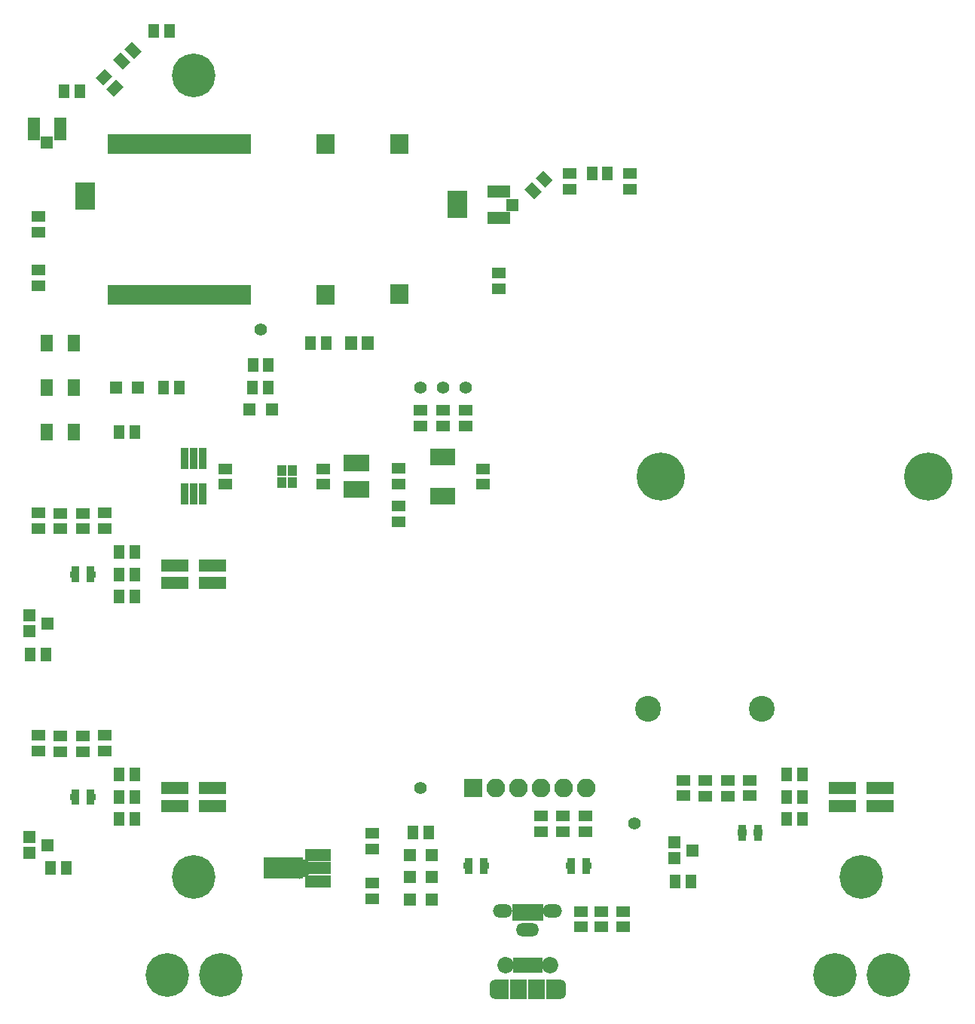
<source format=gbr>
G04 #@! TF.FileFunction,Soldermask,Top*
%FSLAX46Y46*%
G04 Gerber Fmt 4.6, Leading zero omitted, Abs format (unit mm)*
G04 Created by KiCad (PCBNEW 4.0.7-e2-6376~61~ubuntu18.04.1) date Thu Aug  9 16:35:42 2018*
%MOMM*%
%LPD*%
G01*
G04 APERTURE LIST*
%ADD10C,0.100000*%
%ADD11R,2.900000X1.400000*%
%ADD12R,4.400000X2.400000*%
%ADD13R,2.600000X1.400000*%
%ADD14R,1.400000X1.400000*%
%ADD15R,0.850000X1.900000*%
%ADD16O,2.200000X1.500000*%
%ADD17O,2.600000X1.500000*%
%ADD18R,1.543000X1.200000*%
%ADD19R,1.200000X1.543000*%
%ADD20R,0.900000X0.775000*%
%ADD21R,1.050000X0.700000*%
%ADD22R,3.150000X1.400000*%
%ADD23R,2.100000X2.100000*%
%ADD24O,2.100000X2.100000*%
%ADD25R,1.400000X2.600000*%
%ADD26R,1.314400X1.314400*%
%ADD27C,1.400000*%
%ADD28R,0.900000X2.400000*%
%ADD29R,0.850000X1.850000*%
%ADD30R,3.000000X1.900000*%
%ADD31R,1.900000X2.300000*%
%ADD32C,1.850000*%
%ADD33R,0.800000X1.750000*%
%ADD34O,1.600000X2.300000*%
%ADD35R,1.600000X2.300000*%
%ADD36C,4.900000*%
%ADD37R,1.100000X1.150000*%
%ADD38R,1.400000X1.900000*%
%ADD39R,2.250000X1.100000*%
%ADD40R,1.100000X2.250000*%
%ADD41R,1.400000X1.598880*%
%ADD42C,2.900000*%
%ADD43C,5.400000*%
G04 APERTURE END LIST*
D10*
D11*
X131480000Y-125500000D03*
X131480000Y-124000000D03*
X131480000Y-122500000D03*
D12*
X127520000Y-124000000D03*
D10*
G36*
X129295000Y-122800000D02*
X130445000Y-123300000D01*
X130445000Y-124700000D01*
X129295000Y-125200000D01*
X129295000Y-122800000D01*
X129295000Y-122800000D01*
G37*
D13*
X151750000Y-48000000D03*
X151750000Y-51000000D03*
D14*
X153250000Y-49500000D03*
D15*
X155000000Y-129000000D03*
X155650000Y-129000000D03*
X154350000Y-129000000D03*
X156300000Y-129000000D03*
X153700000Y-129000000D03*
D16*
X152200000Y-128750000D03*
X157800000Y-128750000D03*
D17*
X155000000Y-130900000D03*
D18*
X121000000Y-79150000D03*
X121000000Y-80900000D03*
D19*
X113000000Y-30000000D03*
X114750000Y-30000000D03*
D10*
G36*
X106429162Y-35270228D02*
X107520228Y-34179162D01*
X108368756Y-35027690D01*
X107277690Y-36118756D01*
X106429162Y-35270228D01*
X106429162Y-35270228D01*
G37*
G36*
X107666599Y-36507665D02*
X108757665Y-35416599D01*
X109606193Y-36265127D01*
X108515127Y-37356193D01*
X107666599Y-36507665D01*
X107666599Y-36507665D01*
G37*
D18*
X100000000Y-58600000D03*
X100000000Y-56850000D03*
X137500000Y-125650000D03*
X137500000Y-127400000D03*
X137500000Y-121850000D03*
X137500000Y-120100000D03*
X150000000Y-79150000D03*
X150000000Y-80900000D03*
X159750000Y-46000000D03*
X159750000Y-47750000D03*
X166500000Y-46000000D03*
X166500000Y-47750000D03*
D20*
X180850000Y-120537500D03*
X180850000Y-119462500D03*
D21*
X179075000Y-120000000D03*
X180925000Y-120000000D03*
D20*
X179150000Y-119462500D03*
X179150000Y-120537500D03*
X105850000Y-91537500D03*
X105850000Y-90462500D03*
D21*
X104075000Y-91000000D03*
X105925000Y-91000000D03*
D20*
X104150000Y-90462500D03*
X104150000Y-91537500D03*
X150100000Y-124287500D03*
X150100000Y-123212500D03*
D21*
X148325000Y-123750000D03*
X150175000Y-123750000D03*
D20*
X148400000Y-123212500D03*
X148400000Y-124287500D03*
X161600000Y-124287500D03*
X161600000Y-123212500D03*
D21*
X159825000Y-123750000D03*
X161675000Y-123750000D03*
D20*
X159900000Y-123212500D03*
X159900000Y-124287500D03*
X105850000Y-116537500D03*
X105850000Y-115462500D03*
D21*
X104075000Y-116000000D03*
X105925000Y-116000000D03*
D20*
X104150000Y-115462500D03*
X104150000Y-116537500D03*
D22*
X190375000Y-115000000D03*
X194625000Y-115000000D03*
X190375000Y-117000000D03*
X194625000Y-117000000D03*
X115375000Y-90000000D03*
X119625000Y-90000000D03*
X115375000Y-92000000D03*
X119625000Y-92000000D03*
D23*
X148920000Y-115000000D03*
D24*
X151460000Y-115000000D03*
X154000000Y-115000000D03*
X156540000Y-115000000D03*
X159080000Y-115000000D03*
X161620000Y-115000000D03*
D25*
X102500000Y-41000000D03*
X99500000Y-41000000D03*
D14*
X101000000Y-42500000D03*
D22*
X115375000Y-115000000D03*
X119625000Y-115000000D03*
X115375000Y-117000000D03*
X119625000Y-117000000D03*
D19*
X185850000Y-116000000D03*
X184100000Y-116000000D03*
X185850000Y-113500000D03*
X184100000Y-113500000D03*
X185850000Y-118500000D03*
X184100000Y-118500000D03*
X110850000Y-91000000D03*
X109100000Y-91000000D03*
X110850000Y-88500000D03*
X109100000Y-88500000D03*
X110850000Y-93500000D03*
X109100000Y-93500000D03*
D10*
G36*
X109520228Y-34320838D02*
X108429162Y-33229772D01*
X109277690Y-32381244D01*
X110368756Y-33472310D01*
X109520228Y-34320838D01*
X109520228Y-34320838D01*
G37*
G36*
X110757665Y-33083401D02*
X109666599Y-31992335D01*
X110515127Y-31143807D01*
X111606193Y-32234873D01*
X110757665Y-33083401D01*
X110757665Y-33083401D01*
G37*
D19*
X162250000Y-46000000D03*
X164000000Y-46000000D03*
X110850000Y-116000000D03*
X109100000Y-116000000D03*
X110850000Y-113500000D03*
X109100000Y-113500000D03*
X110850000Y-118500000D03*
X109100000Y-118500000D03*
D26*
X171484000Y-122889000D03*
X171484000Y-121111000D03*
X173516000Y-122000000D03*
X98984000Y-97389000D03*
X98984000Y-95611000D03*
X101016000Y-96500000D03*
X98984000Y-122278000D03*
X98984000Y-120500000D03*
X101016000Y-121389000D03*
D18*
X180000000Y-115850000D03*
X180000000Y-114100000D03*
X107500000Y-85850000D03*
X107500000Y-84100000D03*
X172500000Y-115850000D03*
X172500000Y-114100000D03*
X100000000Y-85850000D03*
X100000000Y-84100000D03*
X177500000Y-114150000D03*
X177500000Y-115900000D03*
X175000000Y-114150000D03*
X175000000Y-115900000D03*
X105000000Y-84150000D03*
X105000000Y-85900000D03*
X102500000Y-84150000D03*
X102500000Y-85900000D03*
D19*
X173350000Y-125500000D03*
X171600000Y-125500000D03*
X100850000Y-100000000D03*
X99100000Y-100000000D03*
X115850000Y-70000000D03*
X114100000Y-70000000D03*
X102900000Y-36750000D03*
X104650000Y-36750000D03*
X142150000Y-120000000D03*
X143900000Y-120000000D03*
D18*
X140500000Y-80850000D03*
X140500000Y-79100000D03*
X100000000Y-52600000D03*
X100000000Y-50850000D03*
D10*
G36*
X156729772Y-45679162D02*
X157820838Y-46770228D01*
X156972310Y-47618756D01*
X155881244Y-46527690D01*
X156729772Y-45679162D01*
X156729772Y-45679162D01*
G37*
G36*
X155492335Y-46916599D02*
X156583401Y-48007665D01*
X155734873Y-48856193D01*
X154643807Y-47765127D01*
X155492335Y-46916599D01*
X155492335Y-46916599D01*
G37*
D18*
X151750000Y-57150000D03*
X151750000Y-58900000D03*
D19*
X132350000Y-65000000D03*
X130600000Y-65000000D03*
X125850000Y-70000000D03*
X124100000Y-70000000D03*
X124150000Y-67500000D03*
X125900000Y-67500000D03*
D18*
X148000000Y-74350000D03*
X148000000Y-72600000D03*
X145500000Y-74350000D03*
X145500000Y-72600000D03*
X143000000Y-74350000D03*
X143000000Y-72600000D03*
D19*
X101400000Y-124000000D03*
X103150000Y-124000000D03*
D18*
X105000000Y-109150000D03*
X105000000Y-110900000D03*
X102500000Y-109150000D03*
X102500000Y-110900000D03*
X100000000Y-110850000D03*
X100000000Y-109100000D03*
X107500000Y-110850000D03*
X107500000Y-109100000D03*
D27*
X143000000Y-115000000D03*
X167000000Y-119000000D03*
X145500000Y-70000000D03*
X148000000Y-70000000D03*
X143000000Y-70000000D03*
D28*
X117500000Y-82000000D03*
X118500000Y-82000000D03*
X118500000Y-78000000D03*
X117500000Y-78000000D03*
X116500000Y-78000000D03*
X116500000Y-82000000D03*
D29*
X144453362Y-82258194D03*
X145103362Y-82258194D03*
X145753362Y-82258194D03*
X146403362Y-82258194D03*
X146403362Y-77858194D03*
X145753362Y-77858194D03*
X145103362Y-77858194D03*
X144453362Y-77858194D03*
D27*
X125000000Y-63500000D03*
D30*
X135750000Y-78500000D03*
X135750000Y-81500000D03*
D18*
X132000000Y-79150000D03*
X132000000Y-80900000D03*
X161500000Y-118150000D03*
X161500000Y-119900000D03*
X159000000Y-118150000D03*
X159000000Y-119900000D03*
X156500000Y-118150000D03*
X156500000Y-119900000D03*
D19*
X110850000Y-75000000D03*
X109100000Y-75000000D03*
D18*
X165750000Y-130600000D03*
X165750000Y-128850000D03*
X163250000Y-130600000D03*
X163250000Y-128850000D03*
X161000000Y-130600000D03*
X161000000Y-128850000D03*
X140500000Y-85100000D03*
X140500000Y-83350000D03*
D31*
X156000000Y-137600000D03*
D32*
X152500000Y-134900000D03*
D33*
X154350000Y-134900000D03*
X153700000Y-134900000D03*
X156300000Y-134900000D03*
X155650000Y-134900000D03*
X155000000Y-134900000D03*
D32*
X157500000Y-134900000D03*
D31*
X154000000Y-137600000D03*
D34*
X151500000Y-137600000D03*
X158500000Y-137600000D03*
D35*
X157900000Y-137600000D03*
X152100000Y-137600000D03*
D36*
X189500000Y-136000000D03*
X195500000Y-136000000D03*
X114500000Y-136000000D03*
X120500000Y-136000000D03*
X117500000Y-125000000D03*
X192500000Y-125000000D03*
X117500000Y-35000000D03*
D37*
X128600000Y-79325000D03*
X127400000Y-79325000D03*
X127400000Y-80675000D03*
X128600000Y-80675000D03*
D38*
X104000000Y-65000000D03*
X101000000Y-65000000D03*
X104000000Y-70000000D03*
X101000000Y-70000000D03*
X104000000Y-75000000D03*
X101000000Y-75000000D03*
D14*
X111250000Y-70000000D03*
X108750000Y-70000000D03*
X141750000Y-122500000D03*
X144250000Y-122500000D03*
X141750000Y-127500000D03*
X144250000Y-127500000D03*
X141750000Y-125000000D03*
X144250000Y-125000000D03*
X126250000Y-72500000D03*
X123750000Y-72500000D03*
D39*
X147075000Y-50437000D03*
X105255000Y-47520000D03*
D40*
X131820000Y-42725000D03*
X141060000Y-59525000D03*
D39*
X147075000Y-48437000D03*
D40*
X141060000Y-42725000D03*
X132820000Y-42725000D03*
X108370000Y-59575000D03*
X123370000Y-42725000D03*
X122370000Y-42725000D03*
X121370000Y-42725000D03*
X120370000Y-42725000D03*
X119370000Y-42725000D03*
X118370000Y-42725000D03*
X117370000Y-42725000D03*
X116370000Y-42725000D03*
X115370000Y-42725000D03*
X114370000Y-42725000D03*
X113370000Y-42725000D03*
X112370000Y-42725000D03*
X111370000Y-42725000D03*
X110370000Y-42725000D03*
X109370000Y-42725000D03*
X108370000Y-42725000D03*
X109370000Y-59575000D03*
X110370000Y-59575000D03*
X111370000Y-59575000D03*
X112370000Y-59575000D03*
X113370000Y-59575000D03*
X114370000Y-59575000D03*
X115370000Y-59575000D03*
X116370000Y-59575000D03*
X117370000Y-59575000D03*
X118370000Y-59575000D03*
X119370000Y-59575000D03*
X120370000Y-59575000D03*
X121370000Y-59575000D03*
X122370000Y-59575000D03*
X123370000Y-59575000D03*
X131820000Y-59575000D03*
X140060000Y-42725000D03*
D39*
X105255000Y-48520000D03*
X105255000Y-49520000D03*
D40*
X140060000Y-59525000D03*
X132820000Y-59575000D03*
D39*
X147075000Y-49437000D03*
D41*
X135150000Y-65000000D03*
X137050000Y-65000000D03*
D42*
X168500000Y-106100000D03*
X181300000Y-106100000D03*
D43*
X170000000Y-80000000D03*
X200000000Y-80000000D03*
M02*

</source>
